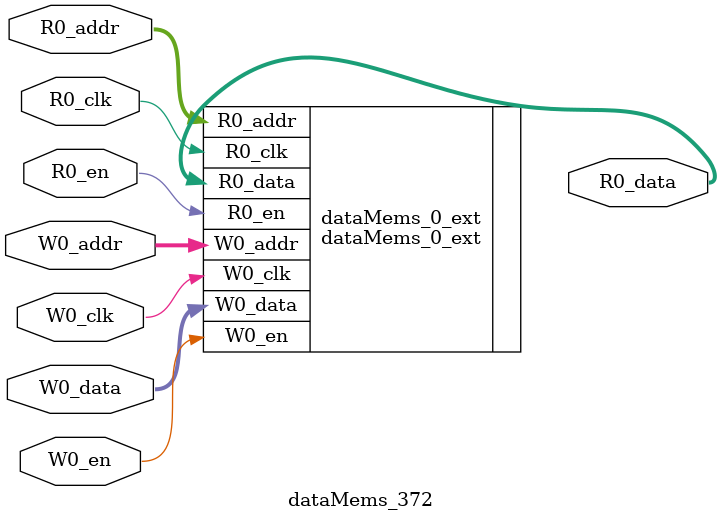
<source format=sv>
`ifndef RANDOMIZE
  `ifdef RANDOMIZE_REG_INIT
    `define RANDOMIZE
  `endif // RANDOMIZE_REG_INIT
`endif // not def RANDOMIZE
`ifndef RANDOMIZE
  `ifdef RANDOMIZE_MEM_INIT
    `define RANDOMIZE
  `endif // RANDOMIZE_MEM_INIT
`endif // not def RANDOMIZE

`ifndef RANDOM
  `define RANDOM $random
`endif // not def RANDOM

// Users can define 'PRINTF_COND' to add an extra gate to prints.
`ifndef PRINTF_COND_
  `ifdef PRINTF_COND
    `define PRINTF_COND_ (`PRINTF_COND)
  `else  // PRINTF_COND
    `define PRINTF_COND_ 1
  `endif // PRINTF_COND
`endif // not def PRINTF_COND_

// Users can define 'ASSERT_VERBOSE_COND' to add an extra gate to assert error printing.
`ifndef ASSERT_VERBOSE_COND_
  `ifdef ASSERT_VERBOSE_COND
    `define ASSERT_VERBOSE_COND_ (`ASSERT_VERBOSE_COND)
  `else  // ASSERT_VERBOSE_COND
    `define ASSERT_VERBOSE_COND_ 1
  `endif // ASSERT_VERBOSE_COND
`endif // not def ASSERT_VERBOSE_COND_

// Users can define 'STOP_COND' to add an extra gate to stop conditions.
`ifndef STOP_COND_
  `ifdef STOP_COND
    `define STOP_COND_ (`STOP_COND)
  `else  // STOP_COND
    `define STOP_COND_ 1
  `endif // STOP_COND
`endif // not def STOP_COND_

// Users can define INIT_RANDOM as general code that gets injected into the
// initializer block for modules with registers.
`ifndef INIT_RANDOM
  `define INIT_RANDOM
`endif // not def INIT_RANDOM

// If using random initialization, you can also define RANDOMIZE_DELAY to
// customize the delay used, otherwise 0.002 is used.
`ifndef RANDOMIZE_DELAY
  `define RANDOMIZE_DELAY 0.002
`endif // not def RANDOMIZE_DELAY

// Define INIT_RANDOM_PROLOG_ for use in our modules below.
`ifndef INIT_RANDOM_PROLOG_
  `ifdef RANDOMIZE
    `ifdef VERILATOR
      `define INIT_RANDOM_PROLOG_ `INIT_RANDOM
    `else  // VERILATOR
      `define INIT_RANDOM_PROLOG_ `INIT_RANDOM #`RANDOMIZE_DELAY begin end
    `endif // VERILATOR
  `else  // RANDOMIZE
    `define INIT_RANDOM_PROLOG_
  `endif // RANDOMIZE
`endif // not def INIT_RANDOM_PROLOG_

// Include register initializers in init blocks unless synthesis is set
`ifndef SYNTHESIS
  `ifndef ENABLE_INITIAL_REG_
    `define ENABLE_INITIAL_REG_
  `endif // not def ENABLE_INITIAL_REG_
`endif // not def SYNTHESIS

// Include rmemory initializers in init blocks unless synthesis is set
`ifndef SYNTHESIS
  `ifndef ENABLE_INITIAL_MEM_
    `define ENABLE_INITIAL_MEM_
  `endif // not def ENABLE_INITIAL_MEM_
`endif // not def SYNTHESIS

module dataMems_372(	// @[generators/ara/src/main/scala/UnsafeAXI4ToTL.scala:365:62]
  input  [4:0]  R0_addr,
  input         R0_en,
  input         R0_clk,
  output [66:0] R0_data,
  input  [4:0]  W0_addr,
  input         W0_en,
  input         W0_clk,
  input  [66:0] W0_data
);

  dataMems_0_ext dataMems_0_ext (	// @[generators/ara/src/main/scala/UnsafeAXI4ToTL.scala:365:62]
    .R0_addr (R0_addr),
    .R0_en   (R0_en),
    .R0_clk  (R0_clk),
    .R0_data (R0_data),
    .W0_addr (W0_addr),
    .W0_en   (W0_en),
    .W0_clk  (W0_clk),
    .W0_data (W0_data)
  );
endmodule


</source>
